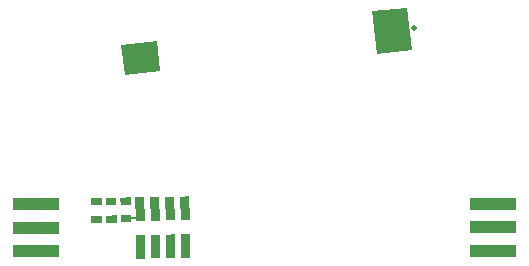
<source format=gbs>
G04 #@! TF.FileFunction,Soldermask,Bot*
%FSLAX46Y46*%
G04 Gerber Fmt 4.6, Leading zero omitted, Abs format (unit mm)*
G04 Created by KiCad (PCBNEW 4.0.0-rc2-stable) date 3/3/2016 3:47:02 PM*
%MOMM*%
G01*
G04 APERTURE LIST*
%ADD10C,0.150000*%
%ADD11R,4.000000X1.000000*%
%ADD12C,0.600000*%
%ADD13C,0.500000*%
G04 APERTURE END LIST*
D10*
D11*
X49020836Y-46192207D03*
X49020836Y-48192207D03*
X49020836Y-50192207D03*
D12*
X50020836Y-46192207D03*
X50020836Y-48192207D03*
X50020836Y-50192207D03*
D11*
X87710130Y-50184090D03*
X87710130Y-48184090D03*
X87710130Y-46184090D03*
D12*
X86710130Y-50184090D03*
X86710130Y-48184090D03*
X86710130Y-46184090D03*
D10*
G36*
X56237199Y-32700136D02*
X59219632Y-32375957D01*
X59500587Y-34960732D01*
X56518154Y-35284911D01*
X56237199Y-32700136D01*
X56237199Y-32700136D01*
G37*
G36*
X77457859Y-29890585D02*
X80440292Y-29566405D01*
X80829307Y-33145325D01*
X77846874Y-33469505D01*
X77457859Y-29890585D01*
X77457859Y-29890585D01*
G37*
D13*
X81032457Y-31312642D03*
D10*
G36*
X57509703Y-50840419D02*
X57472179Y-48840772D01*
X58232045Y-48826513D01*
X58269569Y-50826160D01*
X57509703Y-50840419D01*
X57509703Y-50840419D01*
G37*
G36*
X58779480Y-50816591D02*
X58741956Y-48816944D01*
X59501822Y-48802685D01*
X59539346Y-50802332D01*
X58779480Y-50816591D01*
X58779480Y-50816591D01*
G37*
G36*
X60049256Y-50792764D02*
X60011732Y-48793117D01*
X60771598Y-48778858D01*
X60809122Y-50778505D01*
X60049256Y-50792764D01*
X60049256Y-50792764D01*
G37*
G36*
X61319033Y-50768936D02*
X61281509Y-48769289D01*
X62041375Y-48755030D01*
X62078899Y-50754677D01*
X61319033Y-50768936D01*
X61319033Y-50768936D01*
G37*
G36*
X57449665Y-47640982D02*
X57412141Y-45641335D01*
X58172007Y-45627076D01*
X58209531Y-47626723D01*
X57449665Y-47640982D01*
X57449665Y-47640982D01*
G37*
G36*
X58719442Y-47617154D02*
X58681918Y-45617507D01*
X59441784Y-45603248D01*
X59479308Y-47602895D01*
X58719442Y-47617154D01*
X58719442Y-47617154D01*
G37*
G36*
X59989218Y-47593327D02*
X59951694Y-45593680D01*
X60711560Y-45579421D01*
X60749084Y-47579068D01*
X59989218Y-47593327D01*
X59989218Y-47593327D01*
G37*
G36*
X61268993Y-47569312D02*
X61231469Y-45569664D01*
X61971339Y-45555780D01*
X62008863Y-47555428D01*
X61268993Y-47569312D01*
X61268993Y-47569312D01*
G37*
G36*
X56158622Y-46264962D02*
X56147365Y-45665068D01*
X57047206Y-45648182D01*
X57058463Y-46248076D01*
X56158622Y-46264962D01*
X56158622Y-46264962D01*
G37*
G36*
X56186764Y-47764698D02*
X56175507Y-47164804D01*
X57075348Y-47147918D01*
X57086605Y-47747812D01*
X56186764Y-47764698D01*
X56186764Y-47764698D01*
G37*
G36*
X54936984Y-47788151D02*
X54925727Y-47188257D01*
X55825568Y-47171371D01*
X55836825Y-47771265D01*
X54936984Y-47788151D01*
X54936984Y-47788151D01*
G37*
G36*
X54908842Y-46288415D02*
X54897585Y-45688521D01*
X55797426Y-45671635D01*
X55808683Y-46271529D01*
X54908842Y-46288415D01*
X54908842Y-46288415D01*
G37*
G36*
X53659062Y-46311867D02*
X53647805Y-45711973D01*
X54547646Y-45695087D01*
X54558903Y-46294981D01*
X53659062Y-46311867D01*
X53659062Y-46311867D01*
G37*
G36*
X53687204Y-47811603D02*
X53675947Y-47211709D01*
X54575788Y-47194823D01*
X54587045Y-47794717D01*
X53687204Y-47811603D01*
X53687204Y-47811603D01*
G37*
G36*
X56831959Y-47502547D02*
X56828207Y-47302582D01*
X57728049Y-47285697D01*
X57731801Y-47485662D01*
X56831959Y-47502547D01*
X56831959Y-47502547D01*
G37*
M02*

</source>
